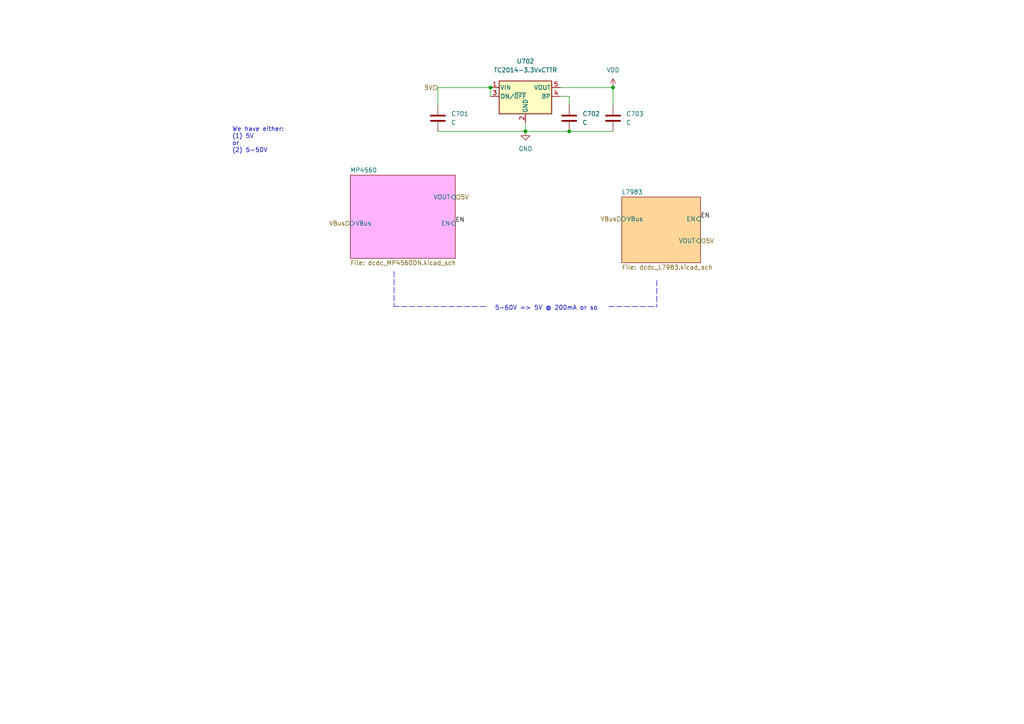
<source format=kicad_sch>
(kicad_sch (version 20211123) (generator eeschema)
  (paper "A4")
  (lib_symbols
    (symbol "Device:C" (pin_numbers hide) (pin_names (offset 0.254))
      (property "Reference" "C" (at 0.635 2.54 0))
      (property "Value" "C" (at 0.635 -2.54 0))
      (symbol "C_0_1"
        (polyline (pts (xy -2.032 -0.762) (xy 2.032 -0.762)) (stroke (width 0.508)))
        (polyline (pts (xy -2.032 0.762) (xy 2.032 0.762)) (stroke (width 0.508)))
      )
      (symbol "C_1_1"
        (pin passive line (at 0 3.81 270) (length 2.794) (name "~") (number "1"))
        (pin passive line (at 0 -3.81 90) (length 2.794) (name "~") (number "2"))
      )
    )
    (symbol "Regulator_Linear:TC2014-3.3VxCTTR" (pin_names (offset 0.254))
      (property "Reference" "U" (at -6.35 5.715 0))
      (property "Value" "TC2014-3.3VxCTTR" (at 0 5.715 0))
      (symbol "TC2014-3.3VxCTTR_0_1"
        (rectangle (start -7.62 -5.08) (end 7.62 4.445) (stroke (width 0.254)) (fill (type background)))
      )
      (symbol "TC2014-3.3VxCTTR_1_1"
        (pin power_in line (at -10.16 2.54 0) (length 2.54) (name "VIN") (number "1"))
        (pin power_in line (at 0 -7.62 90) (length 2.54) (name "GND") (number "2"))
        (pin input line (at -10.16 0 0) (length 2.54) (name "ON/~{OFF}") (number "3"))
        (pin input line (at 10.16 0 180) (length 2.54) (name "BP") (number "4"))
        (pin power_out line (at 10.16 2.54 180) (length 2.54) (name "VOUT") (number "5"))
      )
    )
    (symbol "power:GND" (power) (pin_names (offset 0))
      (property "Value" "GND" (at 0 -3.81 0))
      (symbol "GND_0_1"
        (polyline (pts (xy 0 0) (xy 0 -1.27) (xy 1.27 -1.27) (xy 0 -2.54) (xy -1.27 -1.27) (xy 0 -1.27)))
      )
      (symbol "GND_1_1"
        (pin power_in line (at 0 0 270) (length 0) hide (name "GND") (number "1"))
      )
    )
    (symbol "power:VDD" (power) (pin_names (offset 0))
      (property "Value" "VDD" (at 0 3.81 0))
      (symbol "VDD_0_1"
        (polyline (pts (xy -0.762 1.27) (xy 0 2.54)))
        (polyline (pts (xy 0 0) (xy 0 2.54)))
        (polyline (pts (xy 0 2.54) (xy 0.762 1.27)))
      )
      (symbol "VDD_1_1"
        (pin power_in line (at 0 0 90) (length 0) hide (name "VDD") (number "1"))
      )
    )
  )
  (junction (at 142.24 25.4))
  (junction (at 152.4 38.1))
  (junction (at 165.1 38.1))
  (junction (at 177.8 25.4))
  (wire (pts (xy 127 30.48) (xy 127 25.4)))
  (wire (pts (xy 165.1 27.94) (xy 165.1 30.48)))
  (wire (pts (xy 127 25.4) (xy 142.24 25.4)))
  (wire (pts (xy 162.56 25.4) (xy 177.8 25.4)))
  (wire (pts (xy 162.56 27.94) (xy 165.1 27.94)))
  (wire (pts (xy 152.4 38.1) (xy 165.1 38.1)))
  (polyline (pts (xy 114.3 78.74) (xy 114.3 88.9)))
  (polyline (pts (xy 190.5 81.28) (xy 190.5 88.9)))
  (wire (pts (xy 152.4 35.56) (xy 152.4 38.1)))
  (wire (pts (xy 177.8 25.4) (xy 177.8 30.48)))
  (polyline (pts (xy 176.53 88.9) (xy 190.5 88.9)))
  (polyline (pts (xy 140.97 88.9) (xy 114.3 88.9)))
  (wire (pts (xy 127 38.1) (xy 152.4 38.1)))
  (wire (pts (xy 142.24 25.4) (xy 142.24 27.94)))
  (wire (pts (xy 165.1 38.1) (xy 177.8 38.1)))
  (text "We have either:\n(1) 5V\nor\n(2) 5-50V" (at 67.31 44.45 0) (effects (font (size 1.27 1.27)) (justify left bottom)))
  (text "5-60V => 5V @ 200mA or so" (at 143.51 90.17 0) (effects (font (size 1.27 1.27)) (justify left bottom)))
  (label "EN" (at 132.08 64.77 0))
  (label "EN" (at 203.2 63.5 0))
  (hierarchical_label "VBus" (shape input) (at 101.6 64.77 180))
  (hierarchical_label "5V" (shape input) (at 203.2 69.85 0))
  (hierarchical_label "5V" (shape input) (at 132.08 57.15 0))
  (hierarchical_label "5V" (shape input) (at 127 25.4 180))
  (hierarchical_label "VBus" (shape input) (at 180.34 63.5 180))
  (symbol (lib_id "Regulator_Linear:TC2014-3.3VxCTTR") (at 152.4 27.94 0) (unit 1)
    (property "Reference" "U702" (at 152.4 17.78 0))
    (property "Value" "TC2014-3.3VxCTTR" (at 152.4 20.32 0))
    (property "Footprint" "Package_TO_SOT_SMD:SOT-23-5" (effects hide))
    (property "Datasheet" "http://ww1.microchip.com/downloads/en/DeviceDoc/21662F.pdf" (effects hide))
  )
  (symbol (lib_id "Device:C") (at 165.1 34.29 0) (unit 1)
    (property "Reference" "C702" (at 168.91 33.0199 0) (effects (justify left)))
    (property "Value" "C" (at 168.91 35.5599 0) (effects (justify left)))
    (property "Footprint" "Capacitor_SMD:C_0603_1608Metric" (effects hide))
  )
  (symbol (lib_id "Device:C") (at 177.8 34.29 0) (unit 1)
    (property "Reference" "C703" (at 181.61 33.0199 0) (effects (justify left)))
    (property "Value" "C" (at 181.61 35.5599 0) (effects (justify left)))
    (property "Footprint" "Capacitor_SMD:C_0603_1608Metric" (effects hide))
  )
  (symbol (lib_id "Device:C") (at 127 34.29 0) (unit 1)
    (property "Reference" "C701" (at 130.81 33.0199 0) (effects (justify left)))
    (property "Value" "C" (at 130.81 35.5599 0) (effects (justify left)))
    (property "Footprint" "Capacitor_SMD:C_0603_1608Metric" (effects hide))
  )
  (symbol (lib_id "power:VDD") (at 177.8 25.4 0) (unit 1)
    (property "Reference" "#PWR0153" (effects hide))
    (property "Value" "VDD" (at 177.8 20.32 0))
  )
  (symbol (lib_id "power:GND") (at 152.4 38.1 0) (unit 1)
    (property "Reference" "#PWR0152" (effects hide))
    (property "Value" "GND" (at 152.4 43.18 0))
  )
  (sheet (at 180.34 57.15) (size 22.86 19.05) (stroke (width 0.1524)) (fill (color 255 153 0 0.4000))
    (property "Sheet name" "L7983" (at 180.34 56.4384 0) (effects (justify left bottom)))
    (property "Sheet file" "dcdc_L7983.kicad_sch" (at 180.34 76.7846 0) (effects (justify left top)))
    (pin "VBus" input (at 180.34 63.5 180))
    (pin "EN" input (at 203.2 63.5 0))
    (pin "VOUT" input (at 203.2 69.85 0))
  )
  (sheet (at 101.6 50.8) (size 30.48 24.13) (stroke (width 0.1524)) (fill (color 255 0 255 0.3000))
    (property "Sheet name" "MP4560" (at 101.6 50.0884 0) (effects (justify left bottom)))
    (property "Sheet file" "dcdc_MP4560DN.kicad_sch" (at 101.6 75.5146 0) (effects (justify left top)))
    (pin "EN" input (at 132.08 64.77 0))
    (pin "VBus" input (at 101.6 64.77 180))
    (pin "VOUT" input (at 132.08 57.15 0))
  )
)
</source>
